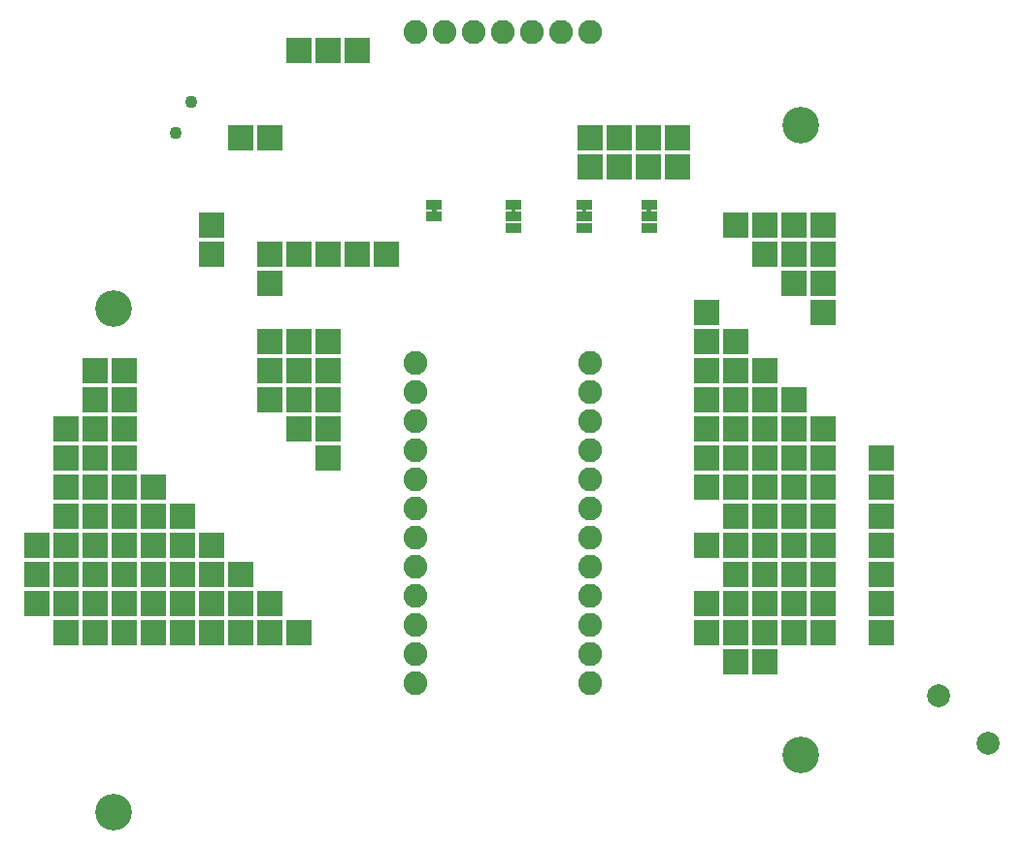
<source format=gbr>
G04 EAGLE Gerber RS-274X export*
G75*
%MOMM*%
%FSLAX34Y34*%
%LPD*%
%INSoldermask Bottom*%
%IPPOS*%
%AMOC8*
5,1,8,0,0,1.08239X$1,22.5*%
G01*
G04 Define Apertures*
%ADD10C,3.203200*%
%ADD11C,2.082800*%
%ADD12C,2.003200*%
%ADD13R,1.473200X0.838200*%
%ADD14C,1.103200*%
%ADD15R,2.203200X2.203200*%
G36*
X-61905Y492540D02*
X-61905Y497620D01*
X-58095Y497620D01*
X-58095Y492540D01*
X-61905Y492540D01*
G37*
G36*
X11105Y497620D02*
X11105Y492540D01*
X7295Y492540D01*
X7295Y497620D01*
X11105Y497620D01*
G37*
G36*
X72705Y497620D02*
X72705Y492540D01*
X68895Y492540D01*
X68895Y497620D01*
X72705Y497620D01*
G37*
G36*
X129225Y497620D02*
X129225Y492540D01*
X125415Y492540D01*
X125415Y497620D01*
X129225Y497620D01*
G37*
D10*
X-340000Y-30000D03*
X260000Y570000D03*
X-340000Y410000D03*
X260000Y20000D03*
D11*
X76200Y83000D03*
X76200Y108400D03*
X76200Y133800D03*
X76200Y159200D03*
X76200Y184600D03*
X76200Y210000D03*
X76200Y235400D03*
X76200Y260800D03*
X76200Y286200D03*
X76200Y311600D03*
X76200Y337000D03*
X76200Y362400D03*
X-76200Y362400D03*
X-76200Y337000D03*
X-76200Y311600D03*
X-76200Y286200D03*
X-76200Y260800D03*
X-76200Y235400D03*
X-76200Y210000D03*
X-76200Y184600D03*
X-76200Y159200D03*
X-76200Y133800D03*
X-76200Y108400D03*
X-76200Y83000D03*
X-76200Y650680D03*
X-50800Y650680D03*
X-25400Y650680D03*
X0Y650680D03*
X25400Y650680D03*
X50800Y650680D03*
X76200Y650680D03*
D12*
X423307Y29885D03*
X380293Y71715D03*
D13*
X127320Y479840D03*
X127320Y490000D03*
X127320Y500160D03*
X70800Y479840D03*
X70800Y490000D03*
X70800Y500160D03*
X9200Y479840D03*
X9200Y490000D03*
X9200Y500160D03*
X-60000Y500160D03*
X-60000Y490000D03*
D14*
X-285452Y562786D03*
X-272300Y589750D03*
D15*
X-228600Y558800D03*
X-203200Y558800D03*
X-152400Y381000D03*
X-152400Y355600D03*
X-152400Y330200D03*
X-152400Y304800D03*
X-152400Y279400D03*
X-177800Y381000D03*
X-177800Y304800D03*
X-177800Y355600D03*
X-406400Y152400D03*
X-177800Y330200D03*
X-203200Y381000D03*
X-406400Y203200D03*
X-203200Y355600D03*
X-406400Y177800D03*
X-203200Y330200D03*
X-330200Y355600D03*
X-355600Y355600D03*
X-304800Y254000D03*
X-330200Y330200D03*
X-355600Y330200D03*
X-304800Y228600D03*
X-330200Y304800D03*
X-355600Y304800D03*
X-381000Y304800D03*
X-330200Y279400D03*
X-355600Y279400D03*
X-381000Y279400D03*
X-330200Y254000D03*
X-355600Y254000D03*
X-381000Y254000D03*
X-330200Y228600D03*
X-355600Y228600D03*
X-381000Y228600D03*
X-330200Y203200D03*
X-355600Y203200D03*
X-381000Y203200D03*
X-330200Y177800D03*
X-355600Y177800D03*
X-381000Y177800D03*
X-330200Y152400D03*
X-355600Y152400D03*
X-381000Y152400D03*
X-330200Y127000D03*
X-355600Y127000D03*
X-381000Y127000D03*
X-177800Y457200D03*
X-203200Y457200D03*
X-203200Y431800D03*
X-152400Y457200D03*
X-127000Y457200D03*
X-304800Y127000D03*
X-228600Y127000D03*
X-254000Y127000D03*
X-279400Y127000D03*
X-203200Y152400D03*
X-177800Y127000D03*
X-203200Y127000D03*
X-228600Y152400D03*
X-254000Y152400D03*
X-279400Y152400D03*
X-304800Y203200D03*
X-304800Y177800D03*
X-304800Y152400D03*
X-279400Y177800D03*
X-279400Y203200D03*
X-279400Y228600D03*
X-228600Y177800D03*
X-254000Y177800D03*
X-254000Y203200D03*
X-177800Y635000D03*
X-254000Y457200D03*
X-254000Y482600D03*
X-101600Y457200D03*
X-127000Y635000D03*
X-152400Y635000D03*
X279400Y127000D03*
X254000Y127000D03*
X228600Y127000D03*
X203200Y127000D03*
X279400Y431800D03*
X279400Y457200D03*
X279400Y482600D03*
X254000Y457200D03*
X254000Y482600D03*
X228600Y482600D03*
X203200Y482600D03*
X330200Y177800D03*
X330200Y203200D03*
X330200Y228600D03*
X330200Y254000D03*
X330200Y279400D03*
X101600Y533400D03*
X76200Y533400D03*
X330200Y152400D03*
X152400Y558800D03*
X127000Y558800D03*
X101600Y558800D03*
X76200Y558800D03*
X254000Y330200D03*
X228600Y355600D03*
X203200Y381000D03*
X177800Y127000D03*
X279400Y406400D03*
X279400Y152400D03*
X254000Y152400D03*
X228600Y152400D03*
X203200Y152400D03*
X177800Y152400D03*
X279400Y177800D03*
X228600Y457200D03*
X254000Y431800D03*
X177800Y406400D03*
X330200Y127000D03*
X152400Y533400D03*
X127000Y533400D03*
X177800Y304800D03*
X203200Y330200D03*
X177800Y330200D03*
X228600Y330200D03*
X203200Y355600D03*
X177800Y355600D03*
X177800Y381000D03*
X228600Y279400D03*
X203200Y279400D03*
X177800Y279400D03*
X279400Y304800D03*
X254000Y304800D03*
X228600Y304800D03*
X203200Y304800D03*
X279400Y254000D03*
X254000Y254000D03*
X228600Y254000D03*
X203200Y254000D03*
X177800Y254000D03*
X279400Y279400D03*
X254000Y279400D03*
X203200Y203200D03*
X177800Y203200D03*
X279400Y228600D03*
X254000Y228600D03*
X228600Y228600D03*
X203200Y228600D03*
X203200Y101600D03*
X254000Y177800D03*
X228600Y177800D03*
X203200Y177800D03*
X228600Y101600D03*
X279400Y203200D03*
X254000Y203200D03*
X228600Y203200D03*
M02*

</source>
